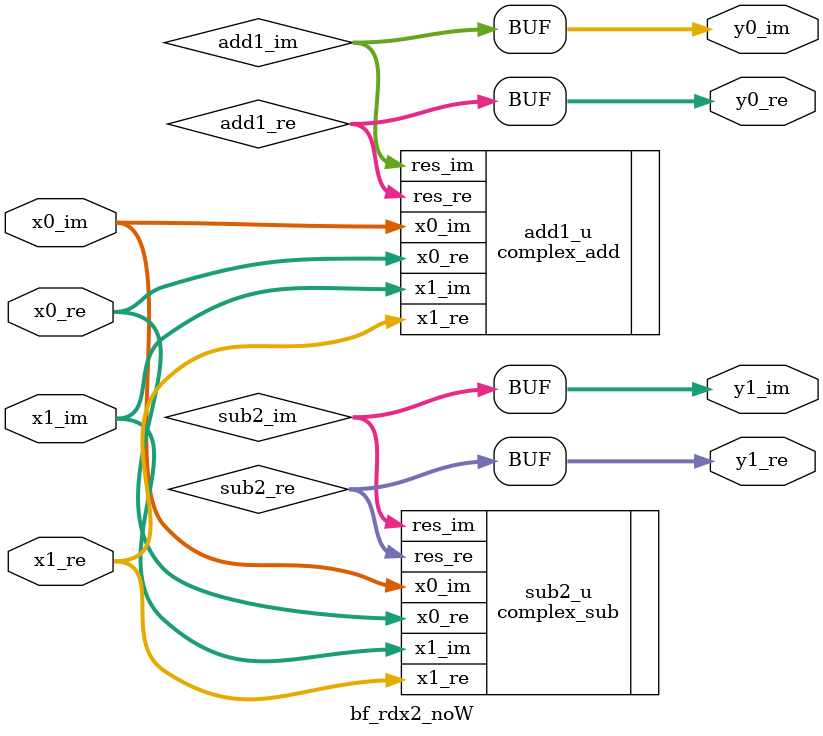
<source format=v>

module bf_rdx2 (
  input signed [15:0] x0_re,
  input signed [15:0] x0_im,
  input signed [15:0] x1_re, 
  input signed [15:0] x1_im,
  input signed [15:0] w_re,
  input signed [15:0] w_im,
  output signed [15:0] y0_re,
  output signed [15:0] y0_im,
  output signed [15:0] y1_re,
  output signed [15:0] y1_im
);

  wire [15:0] add1_re, add1_im, sub2_re, sub2_im, mul2_re, mul2_im;

  complex_add add1_u (
    .x0_re(x0_re),
    .x0_im(x0_im),
    .x1_re(x1_re),
    .x1_im(x1_im),
    .res_re(add1_re),
    .res_im(add1_im)
  );

  complex_sub sub2_u (
    .x0_re(x0_re),
    .x0_im(x0_im),
    .x1_re(x1_re),
    .x1_im(x1_im),
    .res_re(sub2_re),
    .res_im(sub2_im)
  );

  complex_mult mul2_u (
    .x0_re(sub2_re),
    .x0_im(sub2_im),
    .x1_re(w_re),
    .x1_im(w_im),
    .res_re(mul2_re),
    .res_im(mul2_im)
  );

  assign y0_re = add1_re;
  assign y0_im = add1_im;
  assign y1_re = mul2_re;
  assign y1_im = mul2_im;

endmodule


module bf_rdx2_noW (
  input signed [15:0] x0_re,
  input signed [15:0] x0_im,
  input signed [15:0] x1_re, 
  input signed [15:0] x1_im,
  output signed [15:0] y0_re,
  output signed [15:0] y0_im,
  output signed [15:0] y1_re,
  output signed [15:0] y1_im
);

  wire [15:0] add1_re, add1_im, sub2_re, sub2_im;

  complex_add add1_u (
    .x0_re(x0_re),
    .x0_im(x0_im),
    .x1_re(x1_re),
    .x1_im(x1_im),
    .res_re(add1_re),
    .res_im(add1_im)
  );

  complex_sub sub2_u (
    .x0_re(x0_re),
    .x0_im(x0_im),
    .x1_re(x1_re),
    .x1_im(x1_im),
    .res_re(sub2_re),
    .res_im(sub2_im)
  );

  assign y0_re = add1_re;
  assign y0_im = add1_im;
  assign y1_re = sub2_re;
  assign y1_im = sub2_im;

endmodule

</source>
